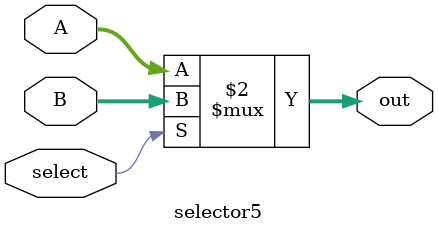
<source format=v>
`timescale 1ns / 1ps


module selector5(
    input [31:0] A,
    input [31:0] B,
    input select,
    output [31:0] out
    );

    assign out = select==0 ? A : B;
endmodule

</source>
